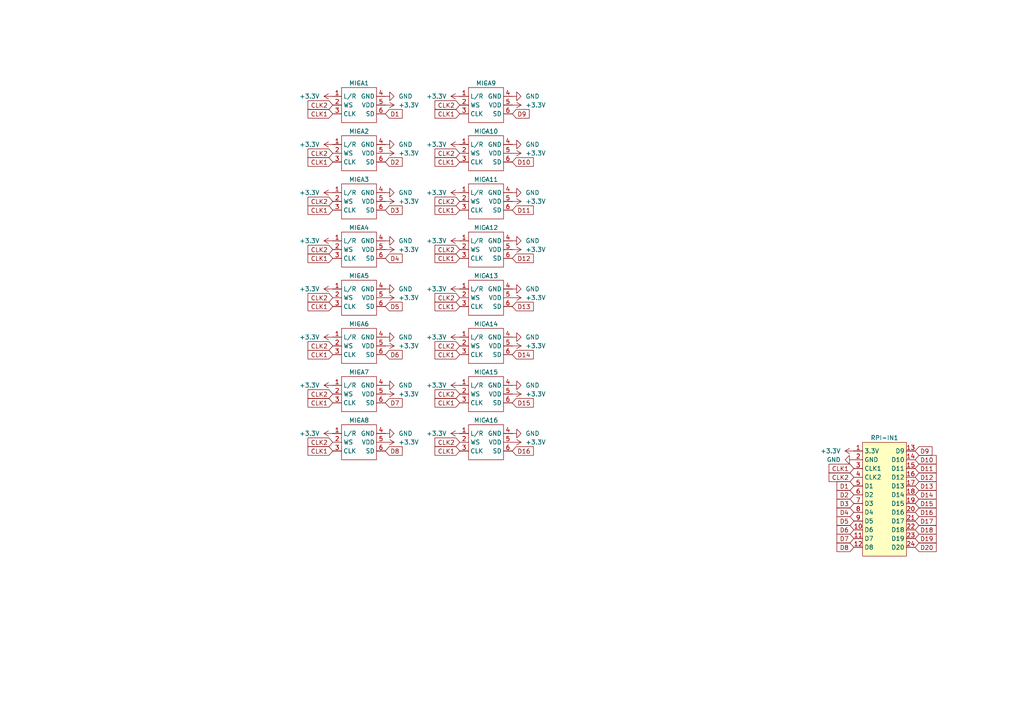
<source format=kicad_sch>
(kicad_sch (version 20250114) (generator "eeschema") (generator_version "9.0")
  (paper "A4")
  (lib_symbols
    (symbol "_Moje:INMP441"
      (property "Reference" "MIC" (at 0 6.35 0))
      (symbol "INMP441_0_1"
        (rectangle (start -5.08 5.08) (end 5.08 -5.08))
      )
      (symbol "INMP441_1_1"
        (pin input line (at -7.62 2.54 0) (length 2.54) (name "L/R") (number "1"))
        (pin input line (at -7.62 0 0) (length 2.54) (name "WS") (number "2"))
        (pin input line (at -7.62 -2.54 0) (length 2.54) (name "CLK") (number "3"))
        (pin power_in line (at 7.62 2.54 180) (length 2.54) (name "GND") (number "4"))
        (pin power_in line (at 7.62 0 180) (length 2.54) (name "VDD") (number "5"))
        (pin output line (at 7.62 -2.54 180) (length 2.54) (name "SD") (number "6"))
      )
    )
    (symbol "inzynierka:Raspberry_Pi_input"
      (property "Reference" "RPI-IN" (at 0 17.78 0))
      (symbol "Raspberry_Pi_input_1_1"
        (rectangle (start -6.35 16.51) (end 6.35 -16.51) (fill (type background)))
        (pin input line (at -8.89 13.97 0) (length 2.54) (name "3.3V") (number "1"))
        (pin input line (at -8.89 11.43 0) (length 2.54) (name "GND") (number "2"))
        (pin input line (at -8.89 8.89 0) (length 2.54) (name "CLK1") (number "3"))
        (pin input line (at -8.89 6.35 0) (length 2.54) (name "CLK2") (number "4"))
        (pin input line (at -8.89 3.81 0) (length 2.54) (name "D1") (number "5"))
        (pin input line (at -8.89 1.27 0) (length 2.54) (name "D2") (number "6"))
        (pin input line (at -8.89 -1.27 0) (length 2.54) (name "D3") (number "7"))
        (pin input line (at -8.89 -3.81 0) (length 2.54) (name "D4") (number "8"))
        (pin input line (at -8.89 -6.35 0) (length 2.54) (name "D5") (number "9"))
        (pin input line (at -8.89 -8.89 0) (length 2.54) (name "D6") (number "10"))
        (pin input line (at -8.89 -11.43 0) (length 2.54) (name "D7") (number "11"))
        (pin input line (at -8.89 -13.97 0) (length 2.54) (name "D8") (number "12"))
        (pin input line (at 8.89 13.97 180) (length 2.54) (name "D9") (number "13"))
        (pin input line (at 8.89 11.43 180) (length 2.54) (name "D10") (number "14"))
        (pin input line (at 8.89 8.89 180) (length 2.54) (name "D11") (number "15"))
        (pin input line (at 8.89 6.35 180) (length 2.54) (name "D12") (number "16"))
        (pin input line (at 8.89 3.81 180) (length 2.54) (name "D13") (number "17"))
        (pin input line (at 8.89 1.27 180) (length 2.54) (name "D14") (number "18"))
        (pin input line (at 8.89 -1.27 180) (length 2.54) (name "D15") (number "19"))
        (pin input line (at 8.89 -3.81 180) (length 2.54) (name "D16") (number "20"))
        (pin input line (at 8.89 -6.35 180) (length 2.54) (name "D17") (number "21"))
        (pin input line (at 8.89 -8.89 180) (length 2.54) (name "D18") (number "22"))
        (pin input line (at 8.89 -11.43 180) (length 2.54) (name "D19") (number "23"))
        (pin input line (at 8.89 -13.97 180) (length 2.54) (name "D20") (number "24"))
      )
    )
    (symbol "power:+3.3V" (power) (pin_numbers (hide yes)) (pin_names (offset 0) (hide yes))
      (property "Value" "+3.3V" (at 0 3.556 0))
      (symbol "+3.3V_0_1"
        (polyline (pts (xy -0.762 1.27) (xy 0 2.54)))
        (polyline (pts (xy 0 2.54) (xy 0.762 1.27)))
        (polyline (pts (xy 0 0) (xy 0 2.54)))
      )
      (symbol "+3.3V_1_1"
        (pin power_in line (at 0 0 90) (length 0) (name "~") (number "1"))
      )
    )
    (symbol "power:GND" (power) (pin_numbers (hide yes)) (pin_names (offset 0) (hide yes))
      (property "Value" "GND" (at 0 -3.81 0))
      (symbol "GND_0_1"
        (polyline (pts (xy 0 0) (xy 0 -1.27) (xy 1.27 -1.27) (xy 0 -2.54) (xy -1.27 -1.27) (xy 0 -1.27)))
      )
      (symbol "GND_1_1"
        (pin power_in line (at 0 0 270) (length 0) (name "~") (number "1"))
      )
    )
  )
  (global_label "CLK1" (shape input) (at 96.52 102.87 180) (property "Intersheetrefs" "${INTERSHEET_REFS}" (effects (hide yes))))
  (global_label "D3" (shape input) (at 111.76 60.96 0) (property "Intersheetrefs" "${INTERSHEET_REFS}" (effects (hide yes))))
  (global_label "CLK1" (shape input) (at 96.52 88.9 180) (property "Intersheetrefs" "${INTERSHEET_REFS}" (effects (hide yes))))
  (global_label "CLK2" (shape input) (at 96.52 114.3 180) (property "Intersheetrefs" "${INTERSHEET_REFS}" (effects (hide yes))))
  (global_label "CLK1" (shape input) (at 96.52 130.81 180) (property "Intersheetrefs" "${INTERSHEET_REFS}" (effects (hide yes))))
  (global_label "CLK1" (shape input) (at 96.52 33.02 180) (property "Intersheetrefs" "${INTERSHEET_REFS}" (effects (hide yes))))
  (global_label "D13" (shape input) (at 265.43 140.97 0) (property "Intersheetrefs" "${INTERSHEET_REFS}" (effects (hide yes))))
  (global_label "CLK1" (shape input) (at 96.52 116.84 180) (property "Intersheetrefs" "${INTERSHEET_REFS}" (effects (hide yes))))
  (global_label "CLK2" (shape input) (at 247.65 138.43 180) (property "Intersheetrefs" "${INTERSHEET_REFS}" (effects (hide yes))))
  (global_label "CLK1" (shape input) (at 133.35 102.87 180) (property "Intersheetrefs" "${INTERSHEET_REFS}" (effects (hide yes))))
  (global_label "D15" (shape input) (at 148.59 116.84 0) (property "Intersheetrefs" "${INTERSHEET_REFS}" (effects (hide yes))))
  (global_label "CLK2" (shape input) (at 133.35 72.39 180) (property "Intersheetrefs" "${INTERSHEET_REFS}" (effects (hide yes))))
  (global_label "D8" (shape input) (at 247.65 158.75 180) (property "Intersheetrefs" "${INTERSHEET_REFS}" (effects (hide yes))))
  (global_label "D4" (shape input) (at 247.65 148.59 180) (property "Intersheetrefs" "${INTERSHEET_REFS}" (effects (hide yes))))
  (global_label "CLK1" (shape input) (at 133.35 116.84 180) (property "Intersheetrefs" "${INTERSHEET_REFS}" (effects (hide yes))))
  (global_label "CLK1" (shape input) (at 133.35 130.81 180) (property "Intersheetrefs" "${INTERSHEET_REFS}" (effects (hide yes))))
  (global_label "D20" (shape input) (at 265.43 158.75 0) (property "Intersheetrefs" "${INTERSHEET_REFS}" (effects (hide yes))))
  (global_label "D3" (shape input) (at 247.65 146.05 180) (property "Intersheetrefs" "${INTERSHEET_REFS}" (effects (hide yes))))
  (global_label "CLK2" (shape input) (at 96.52 30.48 180) (property "Intersheetrefs" "${INTERSHEET_REFS}" (effects (hide yes))))
  (global_label "D19" (shape input) (at 265.43 156.21 0) (property "Intersheetrefs" "${INTERSHEET_REFS}" (effects (hide yes))))
  (global_label "D11" (shape input) (at 148.59 60.96 0) (property "Intersheetrefs" "${INTERSHEET_REFS}" (effects (hide yes))))
  (global_label "D11" (shape input) (at 265.43 135.89 0) (property "Intersheetrefs" "${INTERSHEET_REFS}" (effects (hide yes))))
  (global_label "D5" (shape input) (at 247.65 151.13 180) (property "Intersheetrefs" "${INTERSHEET_REFS}" (effects (hide yes))))
  (global_label "D1" (shape input) (at 247.65 140.97 180) (property "Intersheetrefs" "${INTERSHEET_REFS}" (effects (hide yes))))
  (global_label "CLK1" (shape input) (at 133.35 74.93 180) (property "Intersheetrefs" "${INTERSHEET_REFS}" (effects (hide yes))))
  (global_label "CLK2" (shape input) (at 96.52 100.33 180) (property "Intersheetrefs" "${INTERSHEET_REFS}" (effects (hide yes))))
  (global_label "CLK2" (shape input) (at 133.35 58.42 180) (property "Intersheetrefs" "${INTERSHEET_REFS}" (effects (hide yes))))
  (global_label "CLK2" (shape input) (at 133.35 114.3 180) (property "Intersheetrefs" "${INTERSHEET_REFS}" (effects (hide yes))))
  (global_label "D6" (shape input) (at 247.65 153.67 180) (property "Intersheetrefs" "${INTERSHEET_REFS}" (effects (hide yes))))
  (global_label "CLK1" (shape input) (at 133.35 33.02 180) (property "Intersheetrefs" "${INTERSHEET_REFS}" (effects (hide yes))))
  (global_label "D16" (shape input) (at 148.59 130.81 0) (property "Intersheetrefs" "${INTERSHEET_REFS}" (effects (hide yes))))
  (global_label "D15" (shape input) (at 265.43 146.05 0) (property "Intersheetrefs" "${INTERSHEET_REFS}" (effects (hide yes))))
  (global_label "D4" (shape input) (at 111.76 74.93 0) (property "Intersheetrefs" "${INTERSHEET_REFS}" (effects (hide yes))))
  (global_label "D18" (shape input) (at 265.43 153.67 0) (property "Intersheetrefs" "${INTERSHEET_REFS}" (effects (hide yes))))
  (global_label "CLK2" (shape input) (at 96.52 86.36 180) (property "Intersheetrefs" "${INTERSHEET_REFS}" (effects (hide yes))))
  (global_label "CLK1" (shape input) (at 133.35 60.96 180) (property "Intersheetrefs" "${INTERSHEET_REFS}" (effects (hide yes))))
  (global_label "CLK2" (shape input) (at 133.35 100.33 180) (property "Intersheetrefs" "${INTERSHEET_REFS}" (effects (hide yes))))
  (global_label "D8" (shape input) (at 111.76 130.81 0) (property "Intersheetrefs" "${INTERSHEET_REFS}" (effects (hide yes))))
  (global_label "CLK1" (shape input) (at 96.52 46.99 180) (property "Intersheetrefs" "${INTERSHEET_REFS}" (effects (hide yes))))
  (global_label "D10" (shape input) (at 265.43 133.35 0) (property "Intersheetrefs" "${INTERSHEET_REFS}" (effects (hide yes))))
  (global_label "D10" (shape input) (at 148.59 46.99 0) (property "Intersheetrefs" "${INTERSHEET_REFS}" (effects (hide yes))))
  (global_label "CLK1" (shape input) (at 96.52 74.93 180) (property "Intersheetrefs" "${INTERSHEET_REFS}" (effects (hide yes))))
  (global_label "CLK1" (shape input) (at 133.35 88.9 180) (property "Intersheetrefs" "${INTERSHEET_REFS}" (effects (hide yes))))
  (global_label "CLK2" (shape input) (at 133.35 86.36 180) (property "Intersheetrefs" "${INTERSHEET_REFS}" (effects (hide yes))))
  (global_label "D17" (shape input) (at 265.43 151.13 0) (property "Intersheetrefs" "${INTERSHEET_REFS}" (effects (hide yes))))
  (global_label "D16" (shape input) (at 265.43 148.59 0) (property "Intersheetrefs" "${INTERSHEET_REFS}" (effects (hide yes))))
  (global_label "CLK2" (shape input) (at 133.35 30.48 180) (property "Intersheetrefs" "${INTERSHEET_REFS}" (effects (hide yes))))
  (global_label "D2" (shape input) (at 247.65 143.51 180) (property "Intersheetrefs" "${INTERSHEET_REFS}" (effects (hide yes))))
  (global_label "CLK2" (shape input) (at 96.52 44.45 180) (property "Intersheetrefs" "${INTERSHEET_REFS}" (effects (hide yes))))
  (global_label "D2" (shape input) (at 111.76 46.99 0) (property "Intersheetrefs" "${INTERSHEET_REFS}" (effects (hide yes))))
  (global_label "D13" (shape input) (at 148.59 88.9 0) (property "Intersheetrefs" "${INTERSHEET_REFS}" (effects (hide yes))))
  (global_label "D6" (shape input) (at 111.76 102.87 0) (property "Intersheetrefs" "${INTERSHEET_REFS}" (effects (hide yes))))
  (global_label "CLK2" (shape input) (at 133.35 44.45 180) (property "Intersheetrefs" "${INTERSHEET_REFS}" (effects (hide yes))))
  (global_label "CLK2" (shape input) (at 96.52 128.27 180) (property "Intersheetrefs" "${INTERSHEET_REFS}" (effects (hide yes))))
  (global_label "D12" (shape input) (at 148.59 74.93 0) (property "Intersheetrefs" "${INTERSHEET_REFS}" (effects (hide yes))))
  (global_label "D5" (shape input) (at 111.76 88.9 0) (property "Intersheetrefs" "${INTERSHEET_REFS}" (effects (hide yes))))
  (global_label "D1" (shape input) (at 111.76 33.02 0) (property "Intersheetrefs" "${INTERSHEET_REFS}" (effects (hide yes))))
  (global_label "CLK1" (shape input) (at 133.35 46.99 180) (property "Intersheetrefs" "${INTERSHEET_REFS}" (effects (hide yes))))
  (global_label "D14" (shape input) (at 265.43 143.51 0) (property "Intersheetrefs" "${INTERSHEET_REFS}" (effects (hide yes))))
  (global_label "D7" (shape input) (at 111.76 116.84 0) (property "Intersheetrefs" "${INTERSHEET_REFS}" (effects (hide yes))))
  (global_label "D9" (shape input) (at 265.43 130.81 0) (property "Intersheetrefs" "${INTERSHEET_REFS}" (effects (hide yes))))
  (global_label "CLK1" (shape input) (at 247.65 135.89 180) (property "Intersheetrefs" "${INTERSHEET_REFS}" (effects (hide yes))))
  (global_label "D7" (shape input) (at 247.65 156.21 180) (property "Intersheetrefs" "${INTERSHEET_REFS}" (effects (hide yes))))
  (global_label "D9" (shape input) (at 148.59 33.02 0) (property "Intersheetrefs" "${INTERSHEET_REFS}" (effects (hide yes))))
  (global_label "CLK2" (shape input) (at 96.52 72.39 180) (property "Intersheetrefs" "${INTERSHEET_REFS}" (effects (hide yes))))
  (global_label "CLK2" (shape input) (at 133.35 128.27 180) (property "Intersheetrefs" "${INTERSHEET_REFS}" (effects (hide yes))))
  (global_label "D14" (shape input) (at 148.59 102.87 0) (property "Intersheetrefs" "${INTERSHEET_REFS}" (effects (hide yes))))
  (global_label "CLK1" (shape input) (at 96.52 60.96 180) (property "Intersheetrefs" "${INTERSHEET_REFS}" (effects (hide yes))))
  (global_label "CLK2" (shape input) (at 96.52 58.42 180) (property "Intersheetrefs" "${INTERSHEET_REFS}" (effects (hide yes))))
  (global_label "D12" (shape input) (at 265.43 138.43 0) (property "Intersheetrefs" "${INTERSHEET_REFS}" (effects (hide yes))))
  (symbol (lib_id "power:+3.3V") (at 96.52 97.79 90) (unit 1)
    (property "Reference" "#PWR016" (effects (hide yes)))
    (property "Value" "+3.3V" (at 92.71 97.7899 90) (effects (justify left)))
    (property "Description" "Power symbol creates a global label with name \"+3.3V\"" (effects (hide yes)))
  )
  (symbol (lib_id "_Moje:INMP441") (at 140.97 44.45 0) (unit 1)
    (property "Reference" "MICA10" (at 140.97 38.1 0))
    (property "Value" "~" (at 140.97 38.1 0))
    (property "Footprint" "_moje:INMP441 breakout" (effects (hide yes)))
  )
  (symbol (lib_id "power:+3.3V") (at 96.52 41.91 90) (unit 1)
    (property "Reference" "#PWR06" (effects (hide yes)))
    (property "Value" "+3.3V" (at 92.71 41.9099 90) (effects (justify left)))
    (property "Description" "Power symbol creates a global label with name \"+3.3V\"" (effects (hide yes)))
  )
  (symbol (lib_id "power:GND") (at 148.59 55.88 90) (unit 1)
    (property "Reference" "#PWR039" (effects (hide yes)))
    (property "Value" "GND" (at 152.4 55.8799 90) (effects (justify right)))
    (property "Description" "Power symbol creates a global label with name \"GND\" , ground" (effects (hide yes)))
  )
  (symbol (lib_id "power:+3.3V") (at 133.35 97.79 90) (unit 1)
    (property "Reference" "#PWR032" (effects (hide yes)))
    (property "Value" "+3.3V" (at 129.54 97.7899 90) (effects (justify left)))
    (property "Description" "Power symbol creates a global label with name \"+3.3V\"" (effects (hide yes)))
  )
  (symbol (lib_id "power:+3.3V") (at 148.59 72.39 270) (unit 1)
    (property "Reference" "#PWR042" (effects (hide yes)))
    (property "Value" "+3.3V" (at 152.4 72.3899 90) (effects (justify left)))
    (property "Description" "Power symbol creates a global label with name \"+3.3V\"" (effects (hide yes)))
  )
  (symbol (lib_id "power:+3.3V") (at 111.76 30.48 270) (unit 1)
    (property "Reference" "#PWR01" (effects (hide yes)))
    (property "Value" "+3.3V" (at 115.57 30.4799 90) (effects (justify left)))
    (property "Description" "Power symbol creates a global label with name \"+3.3V\"" (effects (hide yes)))
  )
  (symbol (lib_id "power:+3.3V") (at 148.59 30.48 270) (unit 1)
    (property "Reference" "#PWR036" (effects (hide yes)))
    (property "Value" "+3.3V" (at 152.4 30.4799 90) (effects (justify left)))
    (property "Description" "Power symbol creates a global label with name \"+3.3V\"" (effects (hide yes)))
  )
  (symbol (lib_id "_Moje:INMP441") (at 104.14 58.42 0) (unit 1)
    (property "Reference" "MICA3" (at 104.14 52.07 0))
    (property "Value" "~" (at 104.14 52.07 0))
    (property "Footprint" "_moje:INMP441 breakout" (effects (hide yes)))
  )
  (symbol (lib_id "power:+3.3V") (at 148.59 128.27 270) (unit 1)
    (property "Reference" "#PWR050" (effects (hide yes)))
    (property "Value" "+3.3V" (at 152.4 128.2699 90) (effects (justify left)))
    (property "Description" "Power symbol creates a global label with name \"+3.3V\"" (effects (hide yes)))
  )
  (symbol (lib_id "power:GND") (at 111.76 125.73 90) (unit 1)
    (property "Reference" "#PWR025" (effects (hide yes)))
    (property "Value" "GND" (at 115.57 125.7299 90) (effects (justify right)))
    (property "Description" "Power symbol creates a global label with name \"GND\" , ground" (effects (hide yes)))
  )
  (symbol (lib_id "power:GND") (at 111.76 83.82 90) (unit 1)
    (property "Reference" "#PWR019" (effects (hide yes)))
    (property "Value" "GND" (at 115.57 83.8199 90) (effects (justify right)))
    (property "Description" "Power symbol creates a global label with name \"GND\" , ground" (effects (hide yes)))
  )
  (symbol (lib_id "power:+3.3V") (at 133.35 125.73 90) (unit 1)
    (property "Reference" "#PWR034" (effects (hide yes)))
    (property "Value" "+3.3V" (at 129.54 125.7299 90) (effects (justify left)))
    (property "Description" "Power symbol creates a global label with name \"+3.3V\"" (effects (hide yes)))
  )
  (symbol (lib_id "_Moje:INMP441") (at 104.14 72.39 0) (unit 1)
    (property "Reference" "MICA4" (at 104.14 66.04 0))
    (property "Value" "~" (at 104.14 66.04 0))
    (property "Footprint" "_moje:INMP441 breakout" (effects (hide yes)))
  )
  (symbol (lib_id "_Moje:INMP441") (at 140.97 72.39 0) (unit 1)
    (property "Reference" "MICA12" (at 140.97 66.04 0))
    (property "Value" "~" (at 140.97 66.04 0))
    (property "Footprint" "_moje:INMP441 breakout" (effects (hide yes)))
  )
  (symbol (lib_id "power:GND") (at 148.59 41.91 90) (unit 1)
    (property "Reference" "#PWR037" (effects (hide yes)))
    (property "Value" "GND" (at 152.4 41.9099 90) (effects (justify right)))
    (property "Description" "Power symbol creates a global label with name \"GND\" , ground" (effects (hide yes)))
  )
  (symbol (lib_id "power:+3.3V") (at 111.76 72.39 270) (unit 1)
    (property "Reference" "#PWR014" (effects (hide yes)))
    (property "Value" "+3.3V" (at 115.57 72.3899 90) (effects (justify left)))
    (property "Description" "Power symbol creates a global label with name \"+3.3V\"" (effects (hide yes)))
  )
  (symbol (lib_id "_Moje:INMP441") (at 104.14 30.48 0) (unit 1)
    (property "Reference" "MICA1" (at 104.14 24.13 0))
    (property "Value" "~" (at 104.14 24.13 0))
    (property "Footprint" "_moje:INMP441 breakout" (effects (hide yes)))
  )
  (symbol (lib_id "power:+3.3V") (at 111.76 100.33 270) (unit 1)
    (property "Reference" "#PWR022" (effects (hide yes)))
    (property "Value" "+3.3V" (at 115.57 100.3299 90) (effects (justify left)))
    (property "Description" "Power symbol creates a global label with name \"+3.3V\"" (effects (hide yes)))
  )
  (symbol (lib_id "_Moje:INMP441") (at 104.14 86.36 0) (unit 1)
    (property "Reference" "MICA5" (at 104.14 80.01 0))
    (property "Value" "~" (at 104.14 80.01 0))
    (property "Footprint" "_moje:INMP441 breakout" (effects (hide yes)))
  )
  (symbol (lib_id "power:+3.3V") (at 148.59 44.45 270) (unit 1)
    (property "Reference" "#PWR038" (effects (hide yes)))
    (property "Value" "+3.3V" (at 152.4 44.4499 90) (effects (justify left)))
    (property "Description" "Power symbol creates a global label with name \"+3.3V\"" (effects (hide yes)))
  )
  (symbol (lib_id "power:GND") (at 148.59 69.85 90) (unit 1)
    (property "Reference" "#PWR041" (effects (hide yes)))
    (property "Value" "GND" (at 152.4 69.8499 90) (effects (justify right)))
    (property "Description" "Power symbol creates a global label with name \"GND\" , ground" (effects (hide yes)))
  )
  (symbol (lib_id "_Moje:INMP441") (at 140.97 114.3 0) (unit 1)
    (property "Reference" "MICA15" (at 140.97 107.95 0))
    (property "Value" "~" (at 140.97 107.95 0))
    (property "Footprint" "_moje:INMP441 breakout" (effects (hide yes)))
  )
  (symbol (lib_id "power:GND") (at 111.76 111.76 90) (unit 1)
    (property "Reference" "#PWR023" (effects (hide yes)))
    (property "Value" "GND" (at 115.57 111.7599 90) (effects (justify right)))
    (property "Description" "Power symbol creates a global label with name \"GND\" , ground" (effects (hide yes)))
  )
  (symbol (lib_id "power:+3.3V") (at 133.35 69.85 90) (unit 1)
    (property "Reference" "#PWR030" (effects (hide yes)))
    (property "Value" "+3.3V" (at 129.54 69.8499 90) (effects (justify left)))
    (property "Description" "Power symbol creates a global label with name \"+3.3V\"" (effects (hide yes)))
  )
  (symbol (lib_id "power:+3.3V") (at 96.52 69.85 90) (unit 1)
    (property "Reference" "#PWR010" (effects (hide yes)))
    (property "Value" "+3.3V" (at 92.71 69.8499 90) (effects (justify left)))
    (property "Description" "Power symbol creates a global label with name \"+3.3V\"" (effects (hide yes)))
  )
  (symbol (lib_id "power:+3.3V") (at 111.76 128.27 270) (unit 1)
    (property "Reference" "#PWR026" (effects (hide yes)))
    (property "Value" "+3.3V" (at 115.57 128.2699 90) (effects (justify left)))
    (property "Description" "Power symbol creates a global label with name \"+3.3V\"" (effects (hide yes)))
  )
  (symbol (lib_id "_Moje:INMP441") (at 140.97 100.33 0) (unit 1)
    (property "Reference" "MICA14" (at 140.97 93.98 0))
    (property "Value" "~" (at 140.97 93.98 0))
    (property "Footprint" "_moje:INMP441 breakout" (effects (hide yes)))
  )
  (symbol (lib_id "_Moje:INMP441") (at 140.97 86.36 0) (unit 1)
    (property "Reference" "MICA13" (at 140.97 80.01 0))
    (property "Value" "~" (at 140.97 80.01 0))
    (property "Footprint" "_moje:INMP441 breakout" (effects (hide yes)))
  )
  (symbol (lib_id "power:+3.3V") (at 133.35 55.88 90) (unit 1)
    (property "Reference" "#PWR029" (effects (hide yes)))
    (property "Value" "+3.3V" (at 129.54 55.8799 90) (effects (justify left)))
    (property "Description" "Power symbol creates a global label with name \"+3.3V\"" (effects (hide yes)))
  )
  (symbol (lib_id "power:+3.3V") (at 96.52 55.88 90) (unit 1)
    (property "Reference" "#PWR09" (effects (hide yes)))
    (property "Value" "+3.3V" (at 92.71 55.8799 90) (effects (justify left)))
    (property "Description" "Power symbol creates a global label with name \"+3.3V\"" (effects (hide yes)))
  )
  (symbol (lib_id "inzynierka:Raspberry_Pi_input") (at 256.54 144.78 0) (unit 1)
    (property "Reference" "RPI-IN1" (at 256.54 127 0))
    (property "Value" "~" (at 256.54 127 0))
    (property "Footprint" "Connector_PinSocket_2.54mm:PinSocket_2x10_P2.54mm_Vertical" (effects (hide yes)))
  )
  (symbol (lib_id "power:GND") (at 111.76 55.88 90) (unit 1)
    (property "Reference" "#PWR011" (effects (hide yes)))
    (property "Value" "GND" (at 115.57 55.8799 90) (effects (justify right)))
    (property "Description" "Power symbol creates a global label with name \"GND\" , ground" (effects (hide yes)))
  )
  (symbol (lib_id "power:+3.3V") (at 133.35 27.94 90) (unit 1)
    (property "Reference" "#PWR027" (effects (hide yes)))
    (property "Value" "+3.3V" (at 129.54 27.9399 90) (effects (justify left)))
    (property "Description" "Power symbol creates a global label with name \"+3.3V\"" (effects (hide yes)))
  )
  (symbol (lib_id "power:GND") (at 247.65 133.35 270) (unit 1)
    (property "Reference" "#PWR05" (effects (hide yes)))
    (property "Value" "GND" (at 243.84 133.3499 90) (effects (justify right)))
    (property "Description" "Power symbol creates a global label with name \"GND\" , ground" (effects (hide yes)))
  )
  (symbol (lib_id "power:GND") (at 111.76 97.79 90) (unit 1)
    (property "Reference" "#PWR021" (effects (hide yes)))
    (property "Value" "GND" (at 115.57 97.7899 90) (effects (justify right)))
    (property "Description" "Power symbol creates a global label with name \"GND\" , ground" (effects (hide yes)))
  )
  (symbol (lib_id "_Moje:INMP441") (at 140.97 30.48 0) (unit 1)
    (property "Reference" "MICA9" (at 140.97 24.13 0))
    (property "Value" "~" (at 140.97 24.13 0))
    (property "Footprint" "_moje:INMP441 breakout" (effects (hide yes)))
  )
  (symbol (lib_id "power:+3.3V") (at 133.35 83.82 90) (unit 1)
    (property "Reference" "#PWR031" (effects (hide yes)))
    (property "Value" "+3.3V" (at 129.54 83.8199 90) (effects (justify left)))
    (property "Description" "Power symbol creates a global label with name \"+3.3V\"" (effects (hide yes)))
  )
  (symbol (lib_id "power:+3.3V") (at 111.76 58.42 270) (unit 1)
    (property "Reference" "#PWR012" (effects (hide yes)))
    (property "Value" "+3.3V" (at 115.57 58.4199 90) (effects (justify left)))
    (property "Description" "Power symbol creates a global label with name \"+3.3V\"" (effects (hide yes)))
  )
  (symbol (lib_id "power:+3.3V") (at 148.59 86.36 270) (unit 1)
    (property "Reference" "#PWR044" (effects (hide yes)))
    (property "Value" "+3.3V" (at 152.4 86.3599 90) (effects (justify left)))
    (property "Description" "Power symbol creates a global label with name \"+3.3V\"" (effects (hide yes)))
  )
  (symbol (lib_id "power:GND") (at 148.59 97.79 90) (unit 1)
    (property "Reference" "#PWR045" (effects (hide yes)))
    (property "Value" "GND" (at 152.4 97.7899 90) (effects (justify right)))
    (property "Description" "Power symbol creates a global label with name \"GND\" , ground" (effects (hide yes)))
  )
  (symbol (lib_id "_Moje:INMP441") (at 140.97 58.42 0) (unit 1)
    (property "Reference" "MICA11" (at 140.97 52.07 0))
    (property "Value" "~" (at 140.97 52.07 0))
    (property "Footprint" "_moje:INMP441 breakout" (effects (hide yes)))
  )
  (symbol (lib_id "power:+3.3V") (at 111.76 44.45 270) (unit 1)
    (property "Reference" "#PWR08" (effects (hide yes)))
    (property "Value" "+3.3V" (at 115.57 44.4499 90) (effects (justify left)))
    (property "Description" "Power symbol creates a global label with name \"+3.3V\"" (effects (hide yes)))
  )
  (symbol (lib_id "power:+3.3V") (at 96.52 125.73 90) (unit 1)
    (property "Reference" "#PWR018" (effects (hide yes)))
    (property "Value" "+3.3V" (at 92.71 125.7299 90) (effects (justify left)))
    (property "Description" "Power symbol creates a global label with name \"+3.3V\"" (effects (hide yes)))
  )
  (symbol (lib_id "power:+3.3V") (at 133.35 41.91 90) (unit 1)
    (property "Reference" "#PWR028" (effects (hide yes)))
    (property "Value" "+3.3V" (at 129.54 41.9099 90) (effects (justify left)))
    (property "Description" "Power symbol creates a global label with name \"+3.3V\"" (effects (hide yes)))
  )
  (symbol (lib_id "power:GND") (at 148.59 111.76 90) (unit 1)
    (property "Reference" "#PWR047" (effects (hide yes)))
    (property "Value" "GND" (at 152.4 111.7599 90) (effects (justify right)))
    (property "Description" "Power symbol creates a global label with name \"GND\" , ground" (effects (hide yes)))
  )
  (symbol (lib_id "power:+3.3V") (at 111.76 114.3 270) (unit 1)
    (property "Reference" "#PWR024" (effects (hide yes)))
    (property "Value" "+3.3V" (at 115.57 114.2999 90) (effects (justify left)))
    (property "Description" "Power symbol creates a global label with name \"+3.3V\"" (effects (hide yes)))
  )
  (symbol (lib_id "power:+3.3V") (at 148.59 100.33 270) (unit 1)
    (property "Reference" "#PWR046" (effects (hide yes)))
    (property "Value" "+3.3V" (at 152.4 100.3299 90) (effects (justify left)))
    (property "Description" "Power symbol creates a global label with name \"+3.3V\"" (effects (hide yes)))
  )
  (symbol (lib_id "power:GND") (at 148.59 83.82 90) (unit 1)
    (property "Reference" "#PWR043" (effects (hide yes)))
    (property "Value" "GND" (at 152.4 83.8199 90) (effects (justify right)))
    (property "Description" "Power symbol creates a global label with name \"GND\" , ground" (effects (hide yes)))
  )
  (symbol (lib_id "_Moje:INMP441") (at 104.14 44.45 0) (unit 1)
    (property "Reference" "MICA2" (at 104.14 38.1 0))
    (property "Value" "~" (at 104.14 38.1 0))
    (property "Footprint" "_moje:INMP441 breakout" (effects (hide yes)))
  )
  (symbol (lib_id "power:GND") (at 148.59 27.94 90) (unit 1)
    (property "Reference" "#PWR035" (effects (hide yes)))
    (property "Value" "GND" (at 152.4 27.9399 90) (effects (justify right)))
    (property "Description" "Power symbol creates a global label with name \"GND\" , ground" (effects (hide yes)))
  )
  (symbol (lib_id "power:GND") (at 111.76 69.85 90) (unit 1)
    (property "Reference" "#PWR013" (effects (hide yes)))
    (property "Value" "GND" (at 115.57 69.8499 90) (effects (justify right)))
    (property "Description" "Power symbol creates a global label with name \"GND\" , ground" (effects (hide yes)))
  )
  (symbol (lib_id "_Moje:INMP441") (at 104.14 100.33 0) (unit 1)
    (property "Reference" "MICA6" (at 104.14 93.98 0))
    (property "Value" "~" (at 104.14 93.98 0))
    (property "Footprint" "_moje:INMP441 breakout" (effects (hide yes)))
  )
  (symbol (lib_id "power:+3.3V") (at 133.35 111.76 90) (unit 1)
    (property "Reference" "#PWR033" (effects (hide yes)))
    (property "Value" "+3.3V" (at 129.54 111.7599 90) (effects (justify left)))
    (property "Description" "Power symbol creates a global label with name \"+3.3V\"" (effects (hide yes)))
  )
  (symbol (lib_id "power:+3.3V") (at 96.52 83.82 90) (unit 1)
    (property "Reference" "#PWR015" (effects (hide yes)))
    (property "Value" "+3.3V" (at 92.71 83.8199 90) (effects (justify left)))
    (property "Description" "Power symbol creates a global label with name \"+3.3V\"" (effects (hide yes)))
  )
  (symbol (lib_id "power:+3.3V") (at 111.76 86.36 270) (unit 1)
    (property "Reference" "#PWR020" (effects (hide yes)))
    (property "Value" "+3.3V" (at 115.57 86.3599 90) (effects (justify left)))
    (property "Description" "Power symbol creates a global label with name \"+3.3V\"" (effects (hide yes)))
  )
  (symbol (lib_id "power:GND") (at 148.59 125.73 90) (unit 1)
    (property "Reference" "#PWR049" (effects (hide yes)))
    (property "Value" "GND" (at 152.4 125.7299 90) (effects (justify right)))
    (property "Description" "Power symbol creates a global label with name \"GND\" , ground" (effects (hide yes)))
  )
  (symbol (lib_id "power:+3.3V") (at 247.65 130.81 90) (unit 1)
    (property "Reference" "#PWR04" (effects (hide yes)))
    (property "Value" "+3.3V" (at 243.84 130.8099 90) (effects (justify left)))
    (property "Description" "Power symbol creates a global label with name \"+3.3V\"" (effects (hide yes)))
  )
  (symbol (lib_id "power:GND") (at 111.76 27.94 90) (unit 1)
    (property "Reference" "#PWR02" (effects (hide yes)))
    (property "Value" "GND" (at 115.57 27.9399 90) (effects (justify right)))
    (property "Description" "Power symbol creates a global label with name \"GND\" , ground" (effects (hide yes)))
  )
  (symbol (lib_id "power:+3.3V") (at 148.59 114.3 270) (unit 1)
    (property "Reference" "#PWR048" (effects (hide yes)))
    (property "Value" "+3.3V" (at 152.4 114.2999 90) (effects (justify left)))
    (property "Description" "Power symbol creates a global label with name \"+3.3V\"" (effects (hide yes)))
  )
  (symbol (lib_id "power:+3.3V") (at 96.52 111.76 90) (unit 1)
    (property "Reference" "#PWR017" (effects (hide yes)))
    (property "Value" "+3.3V" (at 92.71 111.7599 90) (effects (justify left)))
    (property "Description" "Power symbol creates a global label with name \"+3.3V\"" (effects (hide yes)))
  )
  (symbol (lib_id "_Moje:INMP441") (at 104.14 114.3 0) (unit 1)
    (property "Reference" "MICA7" (at 104.14 107.95 0))
    (property "Value" "~" (at 104.14 107.95 0))
    (property "Footprint" "_moje:INMP441 breakout" (effects (hide yes)))
  )
  (symbol (lib_id "power:+3.3V") (at 148.59 58.42 270) (unit 1)
    (property "Reference" "#PWR040" (effects (hide yes)))
    (property "Value" "+3.3V" (at 152.4 58.4199 90) (effects (justify left)))
    (property "Description" "Power symbol creates a global label with name \"+3.3V\"" (effects (hide yes)))
  )
  (symbol (lib_id "_Moje:INMP441") (at 104.14 128.27 0) (unit 1)
    (property "Reference" "MICA8" (at 104.14 121.92 0))
    (property "Value" "~" (at 104.14 121.92 0))
    (property "Footprint" "_moje:INMP441 breakout" (effects (hide yes)))
  )
  (symbol (lib_id "power:+3.3V") (at 96.52 27.94 90) (unit 1)
    (property "Reference" "#PWR03" (effects (hide yes)))
    (property "Value" "+3.3V" (at 92.71 27.9399 90) (effects (justify left)))
    (property "Description" "Power symbol creates a global label with name \"+3.3V\"" (effects (hide yes)))
  )
  (symbol (lib_id "_Moje:INMP441") (at 140.97 128.27 0) (unit 1)
    (property "Reference" "MICA16" (at 140.97 121.92 0))
    (property "Value" "~" (at 140.97 121.92 0))
    (property "Footprint" "_moje:INMP441 breakout" (effects (hide yes)))
  )
  (symbol (lib_id "power:GND") (at 111.76 41.91 90) (unit 1)
    (property "Reference" "#PWR07" (effects (hide yes)))
    (property "Value" "GND" (at 115.57 41.9099 90) (effects (justify right)))
    (property "Description" "Power symbol creates a global label with name \"GND\" , ground" (effects (hide yes)))
  )
)
</source>
